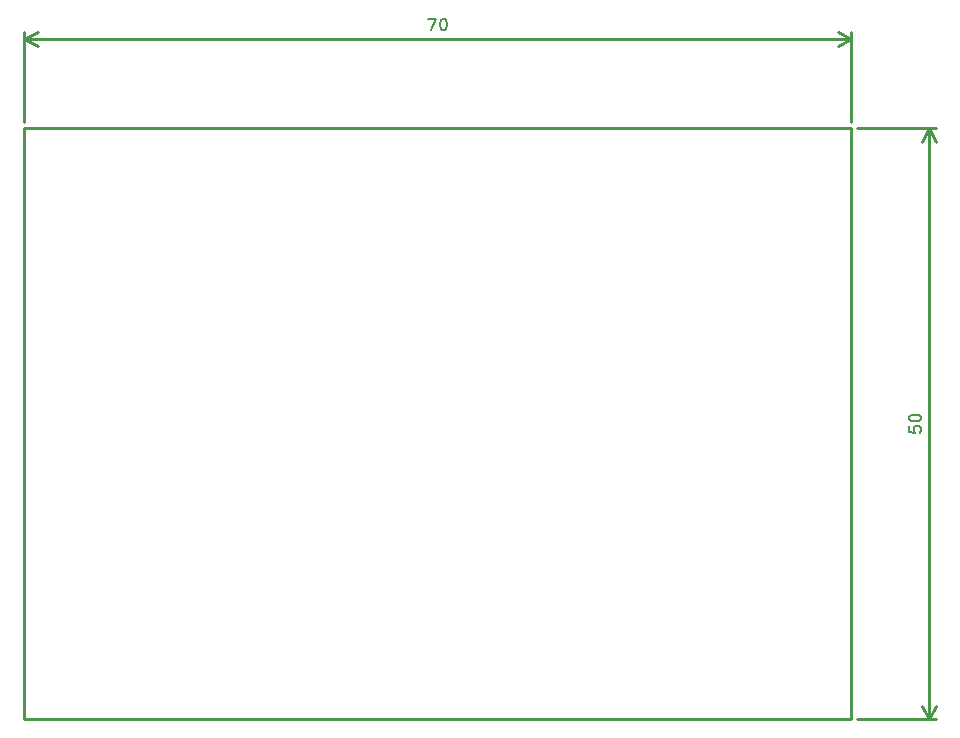
<source format=gbr>
%TF.GenerationSoftware,KiCad,Pcbnew,9.0.1*%
%TF.CreationDate,2025-05-06T23:50:29-04:00*%
%TF.ProjectId,classic-protoboard_18x24,636c6173-7369-4632-9d70-726f746f626f,rev?*%
%TF.SameCoordinates,Original*%
%TF.FileFunction,Profile,NP*%
%FSLAX46Y46*%
G04 Gerber Fmt 4.6, Leading zero omitted, Abs format (unit mm)*
G04 Created by KiCad (PCBNEW 9.0.1) date 2025-05-06 23:50:29*
%MOMM*%
%LPD*%
G01*
G04 APERTURE LIST*
%TA.AperFunction,Profile*%
%ADD10C,0.254000*%
%TD*%
%ADD11C,0.150000*%
G04 APERTURE END LIST*
D10*
X103050000Y-71840000D02*
X173050000Y-71840000D01*
X173050000Y-121840000D01*
X103050000Y-121840000D01*
X103050000Y-71840000D01*
D11*
X137240476Y-62544819D02*
X137907142Y-62544819D01*
X137907142Y-62544819D02*
X137478571Y-63544819D01*
X138478571Y-62544819D02*
X138573809Y-62544819D01*
X138573809Y-62544819D02*
X138669047Y-62592438D01*
X138669047Y-62592438D02*
X138716666Y-62640057D01*
X138716666Y-62640057D02*
X138764285Y-62735295D01*
X138764285Y-62735295D02*
X138811904Y-62925771D01*
X138811904Y-62925771D02*
X138811904Y-63163866D01*
X138811904Y-63163866D02*
X138764285Y-63354342D01*
X138764285Y-63354342D02*
X138716666Y-63449580D01*
X138716666Y-63449580D02*
X138669047Y-63497200D01*
X138669047Y-63497200D02*
X138573809Y-63544819D01*
X138573809Y-63544819D02*
X138478571Y-63544819D01*
X138478571Y-63544819D02*
X138383333Y-63497200D01*
X138383333Y-63497200D02*
X138335714Y-63449580D01*
X138335714Y-63449580D02*
X138288095Y-63354342D01*
X138288095Y-63354342D02*
X138240476Y-63163866D01*
X138240476Y-63163866D02*
X138240476Y-62925771D01*
X138240476Y-62925771D02*
X138288095Y-62735295D01*
X138288095Y-62735295D02*
X138335714Y-62640057D01*
X138335714Y-62640057D02*
X138383333Y-62592438D01*
X138383333Y-62592438D02*
X138478571Y-62544819D01*
D10*
X173050000Y-71340000D02*
X173050000Y-63653580D01*
X103050000Y-63653580D02*
X103050000Y-71340000D01*
X173050000Y-64240000D02*
X103050000Y-64240000D01*
X173050000Y-64240000D02*
X171923496Y-64826421D01*
X173050000Y-64240000D02*
X171923496Y-63653579D01*
X103050000Y-64240000D02*
X104176504Y-63653579D01*
X103050000Y-64240000D02*
X104176504Y-64826421D01*
D11*
X177954819Y-97078095D02*
X177954819Y-97554285D01*
X177954819Y-97554285D02*
X178431009Y-97601904D01*
X178431009Y-97601904D02*
X178383390Y-97554285D01*
X178383390Y-97554285D02*
X178335771Y-97459047D01*
X178335771Y-97459047D02*
X178335771Y-97220952D01*
X178335771Y-97220952D02*
X178383390Y-97125714D01*
X178383390Y-97125714D02*
X178431009Y-97078095D01*
X178431009Y-97078095D02*
X178526247Y-97030476D01*
X178526247Y-97030476D02*
X178764342Y-97030476D01*
X178764342Y-97030476D02*
X178859580Y-97078095D01*
X178859580Y-97078095D02*
X178907200Y-97125714D01*
X178907200Y-97125714D02*
X178954819Y-97220952D01*
X178954819Y-97220952D02*
X178954819Y-97459047D01*
X178954819Y-97459047D02*
X178907200Y-97554285D01*
X178907200Y-97554285D02*
X178859580Y-97601904D01*
X177954819Y-96411428D02*
X177954819Y-96316190D01*
X177954819Y-96316190D02*
X178002438Y-96220952D01*
X178002438Y-96220952D02*
X178050057Y-96173333D01*
X178050057Y-96173333D02*
X178145295Y-96125714D01*
X178145295Y-96125714D02*
X178335771Y-96078095D01*
X178335771Y-96078095D02*
X178573866Y-96078095D01*
X178573866Y-96078095D02*
X178764342Y-96125714D01*
X178764342Y-96125714D02*
X178859580Y-96173333D01*
X178859580Y-96173333D02*
X178907200Y-96220952D01*
X178907200Y-96220952D02*
X178954819Y-96316190D01*
X178954819Y-96316190D02*
X178954819Y-96411428D01*
X178954819Y-96411428D02*
X178907200Y-96506666D01*
X178907200Y-96506666D02*
X178859580Y-96554285D01*
X178859580Y-96554285D02*
X178764342Y-96601904D01*
X178764342Y-96601904D02*
X178573866Y-96649523D01*
X178573866Y-96649523D02*
X178335771Y-96649523D01*
X178335771Y-96649523D02*
X178145295Y-96601904D01*
X178145295Y-96601904D02*
X178050057Y-96554285D01*
X178050057Y-96554285D02*
X178002438Y-96506666D01*
X178002438Y-96506666D02*
X177954819Y-96411428D01*
D10*
X173550000Y-121840000D02*
X180236420Y-121840000D01*
X180236420Y-71840000D02*
X173550000Y-71840000D01*
X179650000Y-121840000D02*
X179650000Y-71840000D01*
X179650000Y-121840000D02*
X179063579Y-120713496D01*
X179650000Y-121840000D02*
X180236421Y-120713496D01*
X179650000Y-71840000D02*
X180236421Y-72966504D01*
X179650000Y-71840000D02*
X179063579Y-72966504D01*
M02*

</source>
